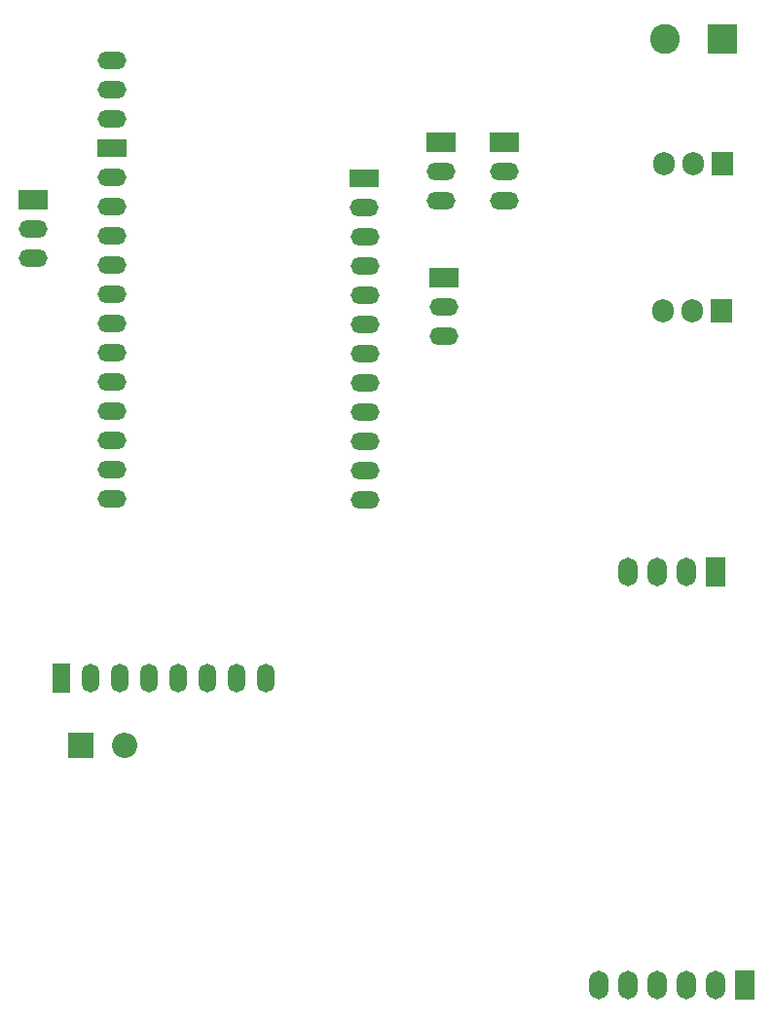
<source format=gbr>
%TF.GenerationSoftware,KiCad,Pcbnew,(5.1.12)-1*%
%TF.CreationDate,2023-10-09T14:32:23-05:00*%
%TF.ProjectId,Dispen2,44697370-656e-4322-9e6b-696361645f70,rev?*%
%TF.SameCoordinates,Original*%
%TF.FileFunction,Soldermask,Bot*%
%TF.FilePolarity,Negative*%
%FSLAX46Y46*%
G04 Gerber Fmt 4.6, Leading zero omitted, Abs format (unit mm)*
G04 Created by KiCad (PCBNEW (5.1.12)-1) date 2023-10-09 14:32:23*
%MOMM*%
%LPD*%
G01*
G04 APERTURE LIST*
%ADD10O,1.700000X2.500000*%
%ADD11R,1.700000X2.500000*%
%ADD12O,1.905000X2.000000*%
%ADD13R,1.905000X2.000000*%
%ADD14C,2.600000*%
%ADD15R,2.600000X2.600000*%
%ADD16R,2.500000X1.700000*%
%ADD17O,2.500000X1.500000*%
%ADD18R,2.500000X1.500000*%
%ADD19O,2.200000X2.200000*%
%ADD20R,2.200000X2.200000*%
%ADD21O,1.500000X2.500000*%
%ADD22R,1.500000X2.500000*%
G04 APERTURE END LIST*
D10*
%TO.C,U2*%
X199710000Y-41320000D03*
X194630000Y-41320000D03*
X197170000Y-41320000D03*
D11*
X202250000Y-41320000D03*
D10*
X194620000Y-77260000D03*
X199700000Y-77260000D03*
D11*
X204780000Y-77260000D03*
D10*
X197160000Y-77260000D03*
X202240000Y-77260000D03*
X192080000Y-77260000D03*
%TD*%
D12*
%TO.C,U4*%
X197710000Y-5840000D03*
X200250000Y-5840000D03*
D13*
X202790000Y-5840000D03*
%TD*%
D12*
%TO.C,U3*%
X197610000Y-18660000D03*
X200150000Y-18660000D03*
D13*
X202690000Y-18660000D03*
%TD*%
D14*
%TO.C,J1*%
X197780000Y4940000D03*
D15*
X202780000Y4940000D03*
%TD*%
D16*
%TO.C,NiHALL1*%
X142830000Y-9010000D03*
D17*
X142830000Y-11550000D03*
X142830000Y-14090000D03*
%TD*%
%TO.C,U1*%
X171680000Y-9640000D03*
D18*
X171680000Y-7100000D03*
D17*
X171700000Y-12180000D03*
X171700000Y-14720000D03*
X171700000Y-22340000D03*
X171700000Y-32500000D03*
X171700000Y-29960000D03*
X171700000Y-17260000D03*
X171700000Y-27420000D03*
X171700000Y-35040000D03*
X171700000Y-19800000D03*
X171700000Y-24880000D03*
D18*
X149700000Y-4520000D03*
D17*
X149700000Y-7060000D03*
X149700000Y-9600000D03*
X149700000Y-12140000D03*
X149700000Y-19760000D03*
X149700000Y-27380000D03*
X149700000Y-29920000D03*
X149700000Y3100000D03*
X149700000Y-14680000D03*
X149700000Y-24840000D03*
X149700000Y-35000000D03*
X149700000Y560000D03*
X149700000Y-32460000D03*
X149700000Y-17220000D03*
X149700000Y-22300000D03*
X149700000Y-1980000D03*
%TD*%
D19*
%TO.C,D1*%
X150840000Y-56390000D03*
D20*
X147030000Y-56390000D03*
%TD*%
D17*
%TO.C,BOTO1*%
X183800000Y-9080000D03*
X183800000Y-6540000D03*
D16*
X183800000Y-4000000D03*
%TD*%
D21*
%TO.C,OLED1*%
X150380000Y-50560000D03*
X152920000Y-50560000D03*
X155460000Y-50560000D03*
X158000000Y-50560000D03*
X160540000Y-50560000D03*
X163080000Y-50560000D03*
D22*
X145300000Y-50560000D03*
D21*
X147840000Y-50560000D03*
%TD*%
D16*
%TO.C,M1*%
X178600000Y-15750000D03*
D17*
X178600000Y-18290000D03*
X178600000Y-20830000D03*
%TD*%
%TO.C,BOTO2*%
X178350000Y-9080000D03*
X178350000Y-6540000D03*
D16*
X178350000Y-4000000D03*
%TD*%
M02*

</source>
